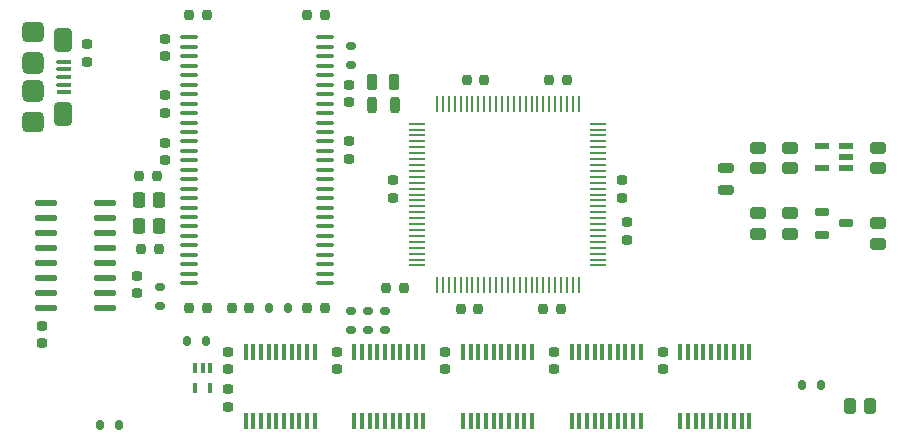
<source format=gtp>
G04 #@! TF.GenerationSoftware,KiCad,Pcbnew,7.0.10*
G04 #@! TF.CreationDate,2024-04-24T04:09:26-04:00*
G04 #@! TF.ProjectId,RAM2E,52414d32-452e-46b6-9963-61645f706362,2.1*
G04 #@! TF.SameCoordinates,Original*
G04 #@! TF.FileFunction,Paste,Top*
G04 #@! TF.FilePolarity,Positive*
%FSLAX46Y46*%
G04 Gerber Fmt 4.6, Leading zero omitted, Abs format (unit mm)*
G04 Created by KiCad (PCBNEW 7.0.10) date 2024-04-24 04:09:26*
%MOMM*%
%LPD*%
G01*
G04 APERTURE LIST*
G04 Aperture macros list*
%AMRoundRect*
0 Rectangle with rounded corners*
0 $1 Rounding radius*
0 $2 $3 $4 $5 $6 $7 $8 $9 X,Y pos of 4 corners*
0 Add a 4 corners polygon primitive as box body*
4,1,4,$2,$3,$4,$5,$6,$7,$8,$9,$2,$3,0*
0 Add four circle primitives for the rounded corners*
1,1,$1+$1,$2,$3*
1,1,$1+$1,$4,$5*
1,1,$1+$1,$6,$7*
1,1,$1+$1,$8,$9*
0 Add four rect primitives between the rounded corners*
20,1,$1+$1,$2,$3,$4,$5,0*
20,1,$1+$1,$4,$5,$6,$7,0*
20,1,$1+$1,$6,$7,$8,$9,0*
20,1,$1+$1,$8,$9,$2,$3,0*%
G04 Aperture macros list end*
%ADD10RoundRect,0.092500X0.092500X-0.592500X0.092500X0.592500X-0.092500X0.592500X-0.092500X-0.592500X0*%
%ADD11RoundRect,0.192500X-0.242500X0.192500X-0.242500X-0.192500X0.242500X-0.192500X0.242500X0.192500X0*%
%ADD12RoundRect,0.192500X0.242500X-0.192500X0.242500X0.192500X-0.242500X0.192500X-0.242500X-0.192500X0*%
%ADD13RoundRect,0.192500X-0.192500X-0.242500X0.192500X-0.242500X0.192500X0.242500X-0.192500X0.242500X0*%
%ADD14RoundRect,0.099500X-0.625500X-0.099500X0.625500X-0.099500X0.625500X0.099500X-0.625500X0.099500X0*%
%ADD15RoundRect,0.192500X0.192500X0.242500X-0.192500X0.242500X-0.192500X-0.242500X0.192500X-0.242500X0*%
%ADD16RoundRect,0.057500X-0.645000X-0.057500X0.645000X-0.057500X0.645000X0.057500X-0.645000X0.057500X0*%
%ADD17RoundRect,0.057500X-0.057500X-0.645000X0.057500X-0.645000X0.057500X0.645000X-0.057500X0.645000X0*%
%ADD18RoundRect,0.250000X0.250000X0.425000X-0.250000X0.425000X-0.250000X-0.425000X0.250000X-0.425000X0*%
%ADD19RoundRect,0.250000X-0.425000X0.250000X-0.425000X-0.250000X0.425000X-0.250000X0.425000X0.250000X0*%
%ADD20RoundRect,0.250000X0.425000X-0.250000X0.425000X0.250000X-0.425000X0.250000X-0.425000X-0.250000X0*%
%ADD21RoundRect,0.175000X-0.450000X-0.175000X0.450000X-0.175000X0.450000X0.175000X-0.450000X0.175000X0*%
%ADD22RoundRect,0.137500X0.487500X0.137500X-0.487500X0.137500X-0.487500X-0.137500X0.487500X-0.137500X0*%
%ADD23RoundRect,0.200000X0.475000X-0.200000X0.475000X0.200000X-0.475000X0.200000X-0.475000X-0.200000X0*%
%ADD24RoundRect,0.150000X-0.275000X0.150000X-0.275000X-0.150000X0.275000X-0.150000X0.275000X0.150000X0*%
%ADD25RoundRect,0.150000X-0.150000X-0.275000X0.150000X-0.275000X0.150000X0.275000X-0.150000X0.275000X0*%
%ADD26RoundRect,0.200000X-0.200000X-0.475000X0.200000X-0.475000X0.200000X0.475000X-0.200000X0.475000X0*%
%ADD27RoundRect,0.224700X0.224700X0.437200X-0.224700X0.437200X-0.224700X-0.437200X0.224700X-0.437200X0*%
%ADD28RoundRect,0.080000X-0.080000X0.380000X-0.080000X-0.380000X0.080000X-0.380000X0.080000X0.380000X0*%
%ADD29RoundRect,0.150000X0.275000X-0.150000X0.275000X0.150000X-0.275000X0.150000X-0.275000X-0.150000X0*%
%ADD30RoundRect,0.275000X0.275000X-0.375000X0.275000X0.375000X-0.275000X0.375000X-0.275000X-0.375000X0*%
%ADD31RoundRect,0.137500X0.812500X0.137500X-0.812500X0.137500X-0.812500X-0.137500X0.812500X-0.137500X0*%
%ADD32RoundRect,0.080000X-0.555000X0.080000X-0.555000X-0.080000X0.555000X-0.080000X0.555000X0.080000X0*%
%ADD33RoundRect,0.075000X-0.550000X0.075000X-0.550000X-0.075000X0.550000X-0.075000X0.550000X0.075000X0*%
%ADD34RoundRect,0.437500X-0.487500X0.437500X-0.487500X-0.437500X0.487500X-0.437500X0.487500X0.437500X0*%
%ADD35RoundRect,0.387500X-0.387500X0.637500X-0.387500X-0.637500X0.387500X-0.637500X0.387500X0.637500X0*%
%ADD36RoundRect,0.462500X-0.462500X0.462500X-0.462500X-0.462500X0.462500X-0.462500X0.462500X0.462500X0*%
%ADD37RoundRect,0.150000X0.150000X0.275000X-0.150000X0.275000X-0.150000X-0.275000X0.150000X-0.275000X0*%
G04 APERTURE END LIST*
D10*
X236250000Y-127550000D03*
X236900000Y-127550000D03*
X237550000Y-127550000D03*
X238200000Y-127550000D03*
X238850000Y-127550000D03*
X239500000Y-127550000D03*
X240150000Y-127550000D03*
X240800000Y-127550000D03*
X241450000Y-127550000D03*
X242100000Y-127550000D03*
X242100000Y-121650000D03*
X241450000Y-121650000D03*
X240800000Y-121650000D03*
X240150000Y-121650000D03*
X239500000Y-121650000D03*
X238850000Y-121650000D03*
X238200000Y-121650000D03*
X237550000Y-121650000D03*
X236900000Y-121650000D03*
X236250000Y-121650000D03*
D11*
X234750000Y-121650000D03*
X234750000Y-123150000D03*
X253150000Y-121650000D03*
X253150000Y-123150000D03*
D10*
X254650000Y-127550000D03*
X255300000Y-127550000D03*
X255950000Y-127550000D03*
X256600000Y-127550000D03*
X257250000Y-127550000D03*
X257900000Y-127550000D03*
X258550000Y-127550000D03*
X259200000Y-127550000D03*
X259850000Y-127550000D03*
X260500000Y-127550000D03*
X260500000Y-121650000D03*
X259850000Y-121650000D03*
X259200000Y-121650000D03*
X258550000Y-121650000D03*
X257900000Y-121650000D03*
X257250000Y-121650000D03*
X256600000Y-121650000D03*
X255950000Y-121650000D03*
X255300000Y-121650000D03*
X254650000Y-121650000D03*
D11*
X243950000Y-121650000D03*
X243950000Y-123150000D03*
D10*
X217850000Y-127550000D03*
X218500000Y-127550000D03*
X219150000Y-127550000D03*
X219800000Y-127550000D03*
X220450000Y-127550000D03*
X221100000Y-127550000D03*
X221750000Y-127550000D03*
X222400000Y-127550000D03*
X223050000Y-127550000D03*
X223700000Y-127550000D03*
X223700000Y-121650000D03*
X223050000Y-121650000D03*
X222400000Y-121650000D03*
X221750000Y-121650000D03*
X221100000Y-121650000D03*
X220450000Y-121650000D03*
X219800000Y-121650000D03*
X219150000Y-121650000D03*
X218500000Y-121650000D03*
X217850000Y-121650000D03*
X245450000Y-127550000D03*
X246100000Y-127550000D03*
X246750000Y-127550000D03*
X247400000Y-127550000D03*
X248050000Y-127550000D03*
X248700000Y-127550000D03*
X249350000Y-127550000D03*
X250000000Y-127550000D03*
X250650000Y-127550000D03*
X251300000Y-127550000D03*
X251300000Y-121650000D03*
X250650000Y-121650000D03*
X250000000Y-121650000D03*
X249350000Y-121650000D03*
X248700000Y-121650000D03*
X248050000Y-121650000D03*
X247400000Y-121650000D03*
X246750000Y-121650000D03*
X246100000Y-121650000D03*
X245450000Y-121650000D03*
X227050000Y-127550000D03*
X227700000Y-127550000D03*
X228350000Y-127550000D03*
X229000000Y-127550000D03*
X229650000Y-127550000D03*
X230300000Y-127550000D03*
X230950000Y-127550000D03*
X231600000Y-127550000D03*
X232250000Y-127550000D03*
X232900000Y-127550000D03*
X232900000Y-121650000D03*
X232250000Y-121650000D03*
X231600000Y-121650000D03*
X230950000Y-121650000D03*
X230300000Y-121650000D03*
X229650000Y-121650000D03*
X229000000Y-121650000D03*
X228350000Y-121650000D03*
X227700000Y-121650000D03*
X227050000Y-121650000D03*
D11*
X225550000Y-121650000D03*
X225550000Y-123150000D03*
X226600000Y-103850000D03*
X226600000Y-105350000D03*
D12*
X211000000Y-101450000D03*
X211000000Y-99950000D03*
X211000000Y-96650000D03*
X211000000Y-95150000D03*
D13*
X236550000Y-98650000D03*
X238050000Y-98650000D03*
X243550000Y-98650000D03*
X245050000Y-98650000D03*
X243050000Y-118050000D03*
X244550000Y-118050000D03*
X236050000Y-118050000D03*
X237550000Y-118050000D03*
D12*
X249750000Y-108600000D03*
X249750000Y-107100000D03*
X230350000Y-108600000D03*
X230350000Y-107100000D03*
X211000000Y-105450000D03*
X211000000Y-103950000D03*
D11*
X226600000Y-99050000D03*
X226600000Y-100550000D03*
D14*
X213050000Y-95050000D03*
X213050000Y-95850000D03*
X213050000Y-96650000D03*
X213050000Y-97450000D03*
X213050000Y-98250000D03*
X213050000Y-99050000D03*
X213050000Y-99850000D03*
X213050000Y-100650000D03*
X213050000Y-101450000D03*
X213050000Y-102250000D03*
X213050000Y-103050000D03*
X213050000Y-103850000D03*
X213050000Y-104650000D03*
X213050000Y-105450000D03*
X213050000Y-106250000D03*
X213050000Y-107050000D03*
X213050000Y-107850000D03*
X213050000Y-108650000D03*
X213050000Y-109450000D03*
X213050000Y-110250000D03*
X213050000Y-111050000D03*
X213050000Y-111850000D03*
X213050000Y-112650000D03*
X213050000Y-113450000D03*
X213050000Y-114250000D03*
X213050000Y-115050000D03*
X213050000Y-115850000D03*
X224550000Y-115850000D03*
X224550000Y-115050000D03*
X224550000Y-114250000D03*
X224550000Y-113450000D03*
X224550000Y-112650000D03*
X224550000Y-111850000D03*
X224550000Y-111050000D03*
X224550000Y-110250000D03*
X224550000Y-109450000D03*
X224550000Y-108650000D03*
X224550000Y-107850000D03*
X224550000Y-107050000D03*
X224550000Y-106250000D03*
X224550000Y-105450000D03*
X224550000Y-104650000D03*
X224550000Y-103850000D03*
X224550000Y-103050000D03*
X224550000Y-102250000D03*
X224550000Y-101450000D03*
X224550000Y-100650000D03*
X224550000Y-99850000D03*
X224550000Y-99050000D03*
X224550000Y-98250000D03*
X224550000Y-97450000D03*
X224550000Y-96650000D03*
X224550000Y-95850000D03*
X224550000Y-95050000D03*
D15*
X231250000Y-116250000D03*
X229750000Y-116250000D03*
D16*
X232387500Y-102350000D03*
X232387500Y-102850000D03*
X232387500Y-103350000D03*
X232387500Y-103850000D03*
X232387500Y-104350000D03*
X232387500Y-104850000D03*
X232387500Y-105350000D03*
X232387500Y-105850000D03*
X232387500Y-106350000D03*
X232387500Y-106850000D03*
X232387500Y-107350000D03*
X232387500Y-107850000D03*
X232387500Y-108350000D03*
X232387500Y-108850000D03*
X232387500Y-109350000D03*
X232387500Y-109850000D03*
X232387500Y-110350000D03*
X232387500Y-110850000D03*
X232387500Y-111350000D03*
X232387500Y-111850000D03*
X232387500Y-112350000D03*
X232387500Y-112850000D03*
X232387500Y-113350000D03*
X232387500Y-113850000D03*
X232387500Y-114350000D03*
D17*
X234050000Y-116012500D03*
X234550000Y-116012500D03*
X235050000Y-116012500D03*
X235550000Y-116012500D03*
X236050000Y-116012500D03*
X236550000Y-116012500D03*
X237050000Y-116012500D03*
X237550000Y-116012500D03*
X238050000Y-116012500D03*
X238550000Y-116012500D03*
X239050000Y-116012500D03*
X239550000Y-116012500D03*
X240050000Y-116012500D03*
X240550000Y-116012500D03*
X241050000Y-116012500D03*
X241550000Y-116012500D03*
X242050000Y-116012500D03*
X242550000Y-116012500D03*
X243050000Y-116012500D03*
X243550000Y-116012500D03*
X244050000Y-116012500D03*
X244550000Y-116012500D03*
X245050000Y-116012500D03*
X245550000Y-116012500D03*
X246050000Y-116012500D03*
D16*
X247712500Y-114350000D03*
X247712500Y-113850000D03*
X247712500Y-113350000D03*
X247712500Y-112850000D03*
X247712500Y-112350000D03*
X247712500Y-111850000D03*
X247712500Y-111350000D03*
X247712500Y-110850000D03*
X247712500Y-110350000D03*
X247712500Y-109850000D03*
X247712500Y-109350000D03*
X247712500Y-108850000D03*
X247712500Y-108350000D03*
X247712500Y-107850000D03*
X247712500Y-107350000D03*
X247712500Y-106850000D03*
X247712500Y-106350000D03*
X247712500Y-105850000D03*
X247712500Y-105350000D03*
X247712500Y-104850000D03*
X247712500Y-104350000D03*
X247712500Y-103850000D03*
X247712500Y-103350000D03*
X247712500Y-102850000D03*
X247712500Y-102350000D03*
D17*
X246050000Y-100687500D03*
X245550000Y-100687500D03*
X245050000Y-100687500D03*
X244550000Y-100687500D03*
X244050000Y-100687500D03*
X243550000Y-100687500D03*
X243050000Y-100687500D03*
X242550000Y-100687500D03*
X242050000Y-100687500D03*
X241550000Y-100687500D03*
X241050000Y-100687500D03*
X240550000Y-100687500D03*
X240050000Y-100687500D03*
X239550000Y-100687500D03*
X239050000Y-100687500D03*
X238550000Y-100687500D03*
X238050000Y-100687500D03*
X237550000Y-100687500D03*
X237050000Y-100687500D03*
X236550000Y-100687500D03*
X236050000Y-100687500D03*
X235550000Y-100687500D03*
X235050000Y-100687500D03*
X234550000Y-100687500D03*
X234050000Y-100687500D03*
D18*
X270725000Y-126238000D03*
X269025000Y-126238000D03*
D19*
X271350000Y-110800000D03*
X271350000Y-112500000D03*
D11*
X250150000Y-110700000D03*
X250150000Y-112200000D03*
D13*
X223050000Y-93150000D03*
X224550000Y-93150000D03*
D20*
X263900000Y-111650000D03*
X263900000Y-109950000D03*
D21*
X266600000Y-109850000D03*
X266600000Y-111750000D03*
X268700000Y-110800000D03*
D20*
X261200000Y-111650000D03*
X261200000Y-109950000D03*
D13*
X213050000Y-93150000D03*
X214550000Y-93150000D03*
D11*
X216350000Y-121650000D03*
X216350000Y-123150000D03*
D13*
X213050000Y-117950000D03*
X214550000Y-117950000D03*
D22*
X268700000Y-106100000D03*
X268700000Y-105150000D03*
X268700000Y-104200000D03*
X266600000Y-104200000D03*
X266600000Y-106100000D03*
D20*
X263900000Y-106100000D03*
X263900000Y-104400000D03*
X261200000Y-106100000D03*
X261200000Y-104400000D03*
X271350000Y-106100000D03*
X271350000Y-104400000D03*
D23*
X258500000Y-108000000D03*
X258500000Y-106100000D03*
D24*
X229650000Y-118250000D03*
X229650000Y-119850000D03*
D25*
X264950000Y-124500000D03*
X266550000Y-124500000D03*
D13*
X223050000Y-117950000D03*
X224550000Y-117950000D03*
D24*
X228200000Y-118250000D03*
X228200000Y-119850000D03*
X226750000Y-118250000D03*
X226750000Y-119850000D03*
D26*
X228550000Y-100800000D03*
X230450000Y-100800000D03*
D27*
X230437500Y-98850000D03*
X228562500Y-98850000D03*
D11*
X208661000Y-115213000D03*
X208661000Y-116713000D03*
D12*
X204400000Y-97100000D03*
X204400000Y-95600000D03*
D28*
X214850000Y-123000000D03*
X214200000Y-123000000D03*
X213550000Y-123000000D03*
X213550000Y-124700000D03*
X214850000Y-124700000D03*
D29*
X210600000Y-117800000D03*
X210600000Y-116200000D03*
D15*
X210500000Y-113000000D03*
X209000000Y-113000000D03*
D30*
X210500000Y-111000000D03*
X210500000Y-108800000D03*
X208800000Y-108800000D03*
X208800000Y-111000000D03*
D13*
X208800000Y-106800000D03*
X210300000Y-106800000D03*
D15*
X218150000Y-117950000D03*
X216650000Y-117950000D03*
D25*
X219800000Y-117950000D03*
X221400000Y-117950000D03*
X212900000Y-120750000D03*
X214500000Y-120750000D03*
D29*
X226750000Y-97350000D03*
X226750000Y-95750000D03*
D31*
X205929000Y-117919500D03*
X205929000Y-116649500D03*
X205929000Y-115379500D03*
X205929000Y-114109500D03*
X205929000Y-112839500D03*
X205929000Y-111569500D03*
X205929000Y-110299500D03*
X205929000Y-109029500D03*
X200979000Y-109029500D03*
X200979000Y-110299500D03*
X200979000Y-111569500D03*
X200979000Y-112839500D03*
X200979000Y-114109500D03*
X200979000Y-115379500D03*
X200979000Y-116649500D03*
X200979000Y-117919500D03*
D32*
X202475000Y-97100000D03*
X202475000Y-97750000D03*
X202475000Y-98400000D03*
X202475000Y-99050000D03*
D33*
X202475000Y-99700000D03*
D34*
X199800000Y-94600000D03*
D35*
X202350000Y-95300000D03*
D36*
X199800000Y-97200000D03*
X199800000Y-99600000D03*
D35*
X202350000Y-101500000D03*
D34*
X199800000Y-102200000D03*
D11*
X200596500Y-119443500D03*
X200596500Y-120943500D03*
D37*
X207150000Y-127900000D03*
X205550000Y-127900000D03*
D11*
X216350000Y-124800000D03*
X216350000Y-126300000D03*
M02*

</source>
